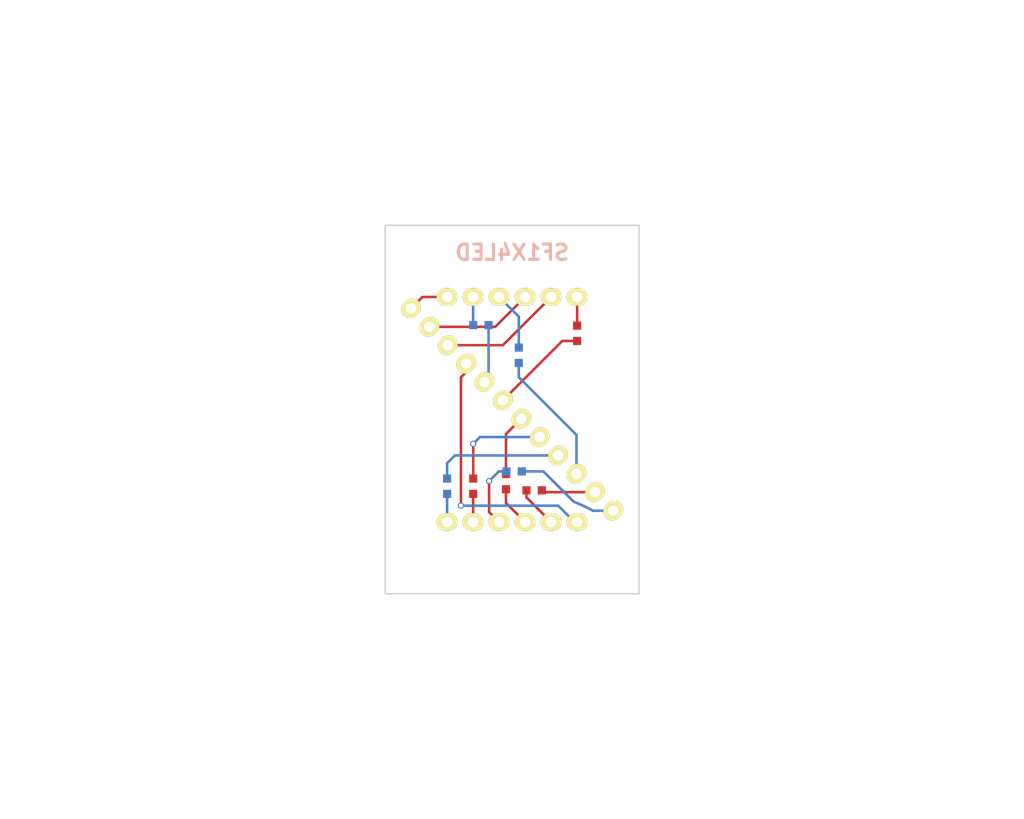
<source format=kicad_pcb>
(kicad_pcb (version 4) (host pcbnew 4.0.7-e2-6376~58~ubuntu16.04.1)

  (general
    (links 0)
    (no_connects 0)
    (area 93.774999 53.774999 194.225001 134.225001)
    (thickness 1.6)
    (drawings 5)
    (tracks 57)
    (zones 0)
    (modules 10)
    (nets 1)
  )

  (page A4)
  (layers
    (0 F.Cu signal)
    (31 B.Cu signal)
    (32 B.Adhes user)
    (33 F.Adhes user)
    (34 B.Paste user)
    (35 F.Paste user)
    (36 B.SilkS user)
    (37 F.SilkS user)
    (38 B.Mask user)
    (39 F.Mask user)
    (40 Dwgs.User user)
    (41 Cmts.User user)
    (42 Eco1.User user)
    (43 Eco2.User user)
    (44 Edge.Cuts user)
    (45 Margin user)
    (46 B.CrtYd user)
    (47 F.CrtYd user)
    (48 B.Fab user)
    (49 F.Fab user)
  )

  (setup
    (last_trace_width 0.25)
    (trace_clearance 0.2)
    (zone_clearance 0.508)
    (zone_45_only no)
    (trace_min 0.2)
    (segment_width 0.2)
    (edge_width 0.15)
    (via_size 0.6)
    (via_drill 0.4)
    (via_min_size 0.4)
    (via_min_drill 0.3)
    (uvia_size 0.3)
    (uvia_drill 0.1)
    (uvias_allowed no)
    (uvia_min_size 0.2)
    (uvia_min_drill 0.1)
    (pcb_text_width 0.3)
    (pcb_text_size 1.5 1.5)
    (mod_edge_width 0.15)
    (mod_text_size 1 1)
    (mod_text_width 0.15)
    (pad_size 2.032 1.7272)
    (pad_drill 1.016)
    (pad_to_mask_clearance 0.2)
    (aux_axis_origin 0 0)
    (visible_elements FFFFFFFF)
    (pcbplotparams
      (layerselection 0x00030_80000001)
      (usegerberextensions false)
      (excludeedgelayer true)
      (linewidth 0.150000)
      (plotframeref false)
      (viasonmask false)
      (mode 1)
      (useauxorigin false)
      (hpglpennumber 1)
      (hpglpenspeed 20)
      (hpglpendiameter 15)
      (hpglpenoverlay 2)
      (psnegative false)
      (psa4output false)
      (plotreference true)
      (plotvalue true)
      (plotinvisibletext false)
      (padsonsilk false)
      (subtractmaskfromsilk false)
      (outputformat 1)
      (mirror false)
      (drillshape 1)
      (scaleselection 1)
      (outputdirectory ""))
  )

  (net 0 "")

  (net_class Default "This is the default net class."
    (clearance 0.2)
    (trace_width 0.25)
    (via_dia 0.6)
    (via_drill 0.4)
    (uvia_dia 0.3)
    (uvia_drill 0.1)
  )

  (module 00my_modules:header1x12straight (layer F.Cu) (tedit 5C8EDCAA) (tstamp 5C8EE17D)
    (at 144 94 45)
    (descr "Through hole pin header")
    (tags "pin header")
    (fp_text reference "" (at 0 -2.4 45) (layer F.SilkS)
      (effects (font (size 0.5 0.5) (thickness 0.01)))
    )
    (fp_text value "" (at 0 -3.1 45) (layer F.Fab)
      (effects (font (size 0.5 0.5) (thickness 0.01)))
    )
    (fp_line (start -1.75 -15.72) (end -1.75 15.72) (layer F.CrtYd) (width 0.05))
    (fp_line (start 1.75 -15.72) (end 1.75 15.72) (layer F.CrtYd) (width 0.05))
    (fp_line (start -1.75 -15.72) (end 1.75 -15.72) (layer F.CrtYd) (width 0.05))
    (fp_line (start -1.75 15.72) (end 1.75 15.72) (layer F.CrtYd) (width 0.05))
    (fp_line (start -6 -13.97) (end 6 -13.97) (layer F.CrtYd) (width 0.01))
    (fp_line (start -6 0) (end 6 0) (layer F.CrtYd) (width 0.01))
    (fp_line (start -6 13.97) (end 6 13.97) (layer F.CrtYd) (width 0.01))
    (fp_line (start 0 -20) (end 0 20) (layer F.CrtYd) (width 0.01))
    (pad 0 thru_hole oval (at 0 -13.97 45) (size 2.032 1.7272) (drill 1.016) (layers *.Cu *.Mask F.SilkS))
    (pad 1 thru_hole oval (at 0 -11.43 45) (size 2.032 1.7272) (drill 1.016) (layers *.Cu *.Mask F.SilkS))
    (pad 2 thru_hole oval (at 0 -8.89 45) (size 2.032 1.7272) (drill 1.016) (layers *.Cu *.Mask F.SilkS))
    (pad 3 thru_hole oval (at 0 -6.35 45) (size 2.032 1.7272) (drill 1.016) (layers *.Cu *.Mask F.SilkS))
    (pad A thru_hole oval (at 0 -3.81 45) (size 2.032 1.7272) (drill 1.016) (layers *.Cu *.Mask F.SilkS))
    (pad B thru_hole oval (at 0 -1.27 45) (size 2.032 1.7272) (drill 1.016) (layers *.Cu *.Mask F.SilkS))
    (pad C thru_hole oval (at 0 1.27 45) (size 2.032 1.7272) (drill 1.016) (layers *.Cu *.Mask F.SilkS))
    (pad D thru_hole oval (at 0 3.81 45) (size 2.032 1.7272) (drill 1.016) (layers *.Cu *.Mask F.SilkS))
    (pad E thru_hole oval (at 0 6.35 45) (size 2.032 1.7272) (drill 1.016) (layers *.Cu *.Mask F.SilkS))
    (pad F thru_hole oval (at 0 8.89 45) (size 2.032 1.7272) (drill 1.016) (layers *.Cu *.Mask F.SilkS))
    (pad G thru_hole oval (at 0 11.43 45) (size 2.032 1.7272) (drill 1.016) (layers *.Cu *.Mask F.SilkS))
    (pad P thru_hole oval (at 0 13.97 45) (size 2.032 1.7272) (drill 1.016) (layers *.Cu *.Mask F.SilkS))
  )

  (module 00my_modules:ATA8041AG (layer F.Cu) (tedit 0) (tstamp 5C8EE850)
    (at 144 94)
    (descr LED)
    (tags "numeric seven segment")
    (fp_text reference "" (at 0 0) (layer F.SilkS)
      (effects (font (size 0.5 0.5) (thickness 0.01)))
    )
    (fp_text value "" (at 0 0) (layer F.Fab)
      (effects (font (size 0.5 0.5) (thickness 0.01)))
    )
    (fp_line (start -35.8 -12.85) (end -35.8 12.85) (layer F.CrtYd) (width 0.05))
    (fp_line (start 35.8 -12.85) (end 35.8 12.85) (layer F.CrtYd) (width 0.05))
    (fp_line (start -35.8 -12.85) (end 35.8 -12.85) (layer F.CrtYd) (width 0.05))
    (fp_line (start -35.8 12.85) (end 35.8 12.85) (layer F.CrtYd) (width 0.05))
    (fp_line (start -12.4 -12.85) (end -12.4 12.85) (layer F.CrtYd) (width 0.05))
    (fp_line (start 12.4 -12.85) (end 12.4 12.85) (layer F.CrtYd) (width 0.05))
    (fp_line (start -12.4 -12.85) (end 12.4 -12.85) (layer F.CrtYd) (width 0.05))
    (fp_line (start -12.4 12.85) (end 12.4 12.85) (layer F.CrtYd) (width 0.05))
    (fp_line (start -12.4 -18) (end -12.4 18) (layer F.CrtYd) (width 0.05))
    (fp_line (start 12.4 -18) (end 12.4 18) (layer F.CrtYd) (width 0.05))
    (fp_line (start -12.4 -18) (end 12.4 -18) (layer F.CrtYd) (width 0.05))
    (fp_line (start -12.4 18) (end 12.4 18) (layer F.CrtYd) (width 0.05))
    (fp_line (start -50 0) (end 50 0) (layer F.CrtYd) (width 0.05))
    (fp_line (start 0 -40) (end 0 40) (layer F.CrtYd) (width 0.05))
    (pad E thru_hole oval (at -6.35 11) (size 2.032 1.7272) (drill 1.016) (layers *.Cu *.Mask F.SilkS))
    (pad D thru_hole oval (at -3.81 11) (size 2.032 1.7272) (drill 1.016) (layers *.Cu *.Mask F.SilkS))
    (pad P thru_hole oval (at -1.27 11) (size 2.032 1.7272) (drill 1.016) (layers *.Cu *.Mask F.SilkS))
    (pad C thru_hole oval (at 1.27 11) (size 2.032 1.7272) (drill 1.016) (layers *.Cu *.Mask F.SilkS))
    (pad G thru_hole oval (at 3.81 11) (size 2.032 1.7272) (drill 1.016) (layers *.Cu *.Mask F.SilkS))
    (pad 3 thru_hole oval (at 6.35 11) (size 2.032 1.7272) (drill 1.016) (layers *.Cu *.Mask F.SilkS))
    (pad 0 thru_hole oval (at -6.35 -11) (size 2.032 1.7272) (drill 1.016) (layers *.Cu *.Mask F.SilkS))
    (pad A thru_hole oval (at -3.81 -11) (size 2.032 1.7272) (drill 1.016) (layers *.Cu *.Mask F.SilkS))
    (pad F thru_hole oval (at -1.27 -11) (size 2.032 1.7272) (drill 1.016) (layers *.Cu *.Mask F.SilkS))
    (pad 1 thru_hole oval (at 1.27 -11) (size 2.032 1.7272) (drill 1.016) (layers *.Cu *.Mask F.SilkS))
    (pad 2 thru_hole oval (at 3.81 -11) (size 2.032 1.7272) (drill 1.016) (layers *.Cu *.Mask F.SilkS))
    (pad B thru_hole oval (at 6.35 -11) (size 2.032 1.7272) (drill 1.016) (layers *.Cu *.Mask F.SilkS))
  )

  (module 00my_modules:R_0603 (layer B.Cu) (tedit 5415CC62) (tstamp 5C8EEF95)
    (at 137.65 101.5 270)
    (descr R0603)
    (tags "resistor capacitor led 0603")
    (attr smd)
    (fp_text reference "" (at 0 0 270) (layer B.SilkS)
      (effects (font (size 0.5 0.5) (thickness 0.1)) (justify mirror))
    )
    (fp_text value R (at 0 0 270) (layer B.Fab)
      (effects (font (size 0.5 0.5) (thickness 0.01)) (justify mirror))
    )
    (fp_line (start -1.2 0.45) (end 1.2 0.45) (layer B.CrtYd) (width 0.01))
    (fp_line (start -1.2 -0.45) (end 1.2 -0.45) (layer B.CrtYd) (width 0.01))
    (fp_line (start -1.2 0.45) (end -1.2 -0.45) (layer B.CrtYd) (width 0.01))
    (fp_line (start 1.2 0.45) (end 1.2 -0.45) (layer B.CrtYd) (width 0.01))
    (pad 1 smd rect (at -0.75 0 270) (size 0.8 0.8) (layers B.Cu B.Paste B.Mask))
    (pad 2 smd rect (at 0.75 0 270) (size 0.8 0.8) (layers B.Cu B.Paste B.Mask))
  )

  (module 00my_modules:R_0603 (layer F.Cu) (tedit 5415CC62) (tstamp 5C8EEFAF)
    (at 140.2 101.5 90)
    (descr R0603)
    (tags "resistor capacitor led 0603")
    (attr smd)
    (fp_text reference "" (at 0 0 90) (layer F.SilkS)
      (effects (font (size 0.5 0.5) (thickness 0.1)))
    )
    (fp_text value R (at 0 0 90) (layer F.Fab)
      (effects (font (size 0.5 0.5) (thickness 0.01)))
    )
    (fp_line (start -1.2 -0.45) (end 1.2 -0.45) (layer F.CrtYd) (width 0.01))
    (fp_line (start -1.2 0.45) (end 1.2 0.45) (layer F.CrtYd) (width 0.01))
    (fp_line (start -1.2 -0.45) (end -1.2 0.45) (layer F.CrtYd) (width 0.01))
    (fp_line (start 1.2 -0.45) (end 1.2 0.45) (layer F.CrtYd) (width 0.01))
    (pad 1 smd rect (at -0.75 0 90) (size 0.8 0.8) (layers F.Cu F.Paste F.Mask))
    (pad 2 smd rect (at 0.75 0 90) (size 0.8 0.8) (layers F.Cu F.Paste F.Mask))
  )

  (module 00my_modules:R_0603 (layer F.Cu) (tedit 5415CC62) (tstamp 5C8EEFCB)
    (at 143.4 101.05 90)
    (descr R0603)
    (tags "resistor capacitor led 0603")
    (attr smd)
    (fp_text reference "" (at 0 0 90) (layer F.SilkS)
      (effects (font (size 0.5 0.5) (thickness 0.1)))
    )
    (fp_text value R (at 0 0 90) (layer F.Fab)
      (effects (font (size 0.5 0.5) (thickness 0.01)))
    )
    (fp_line (start -1.2 -0.45) (end 1.2 -0.45) (layer F.CrtYd) (width 0.01))
    (fp_line (start -1.2 0.45) (end 1.2 0.45) (layer F.CrtYd) (width 0.01))
    (fp_line (start -1.2 -0.45) (end -1.2 0.45) (layer F.CrtYd) (width 0.01))
    (fp_line (start 1.2 -0.45) (end 1.2 0.45) (layer F.CrtYd) (width 0.01))
    (pad 1 smd rect (at -0.75 0 90) (size 0.8 0.8) (layers F.Cu F.Paste F.Mask))
    (pad 2 smd rect (at 0.75 0 90) (size 0.8 0.8) (layers F.Cu F.Paste F.Mask))
  )

  (module 00my_modules:R_0603 (layer F.Cu) (tedit 5415CC62) (tstamp 5C8EEFE4)
    (at 146.15 101.9 180)
    (descr R0603)
    (tags "resistor capacitor led 0603")
    (attr smd)
    (fp_text reference "" (at 0 0 180) (layer F.SilkS)
      (effects (font (size 0.5 0.5) (thickness 0.1)))
    )
    (fp_text value R (at 0 0 180) (layer F.Fab)
      (effects (font (size 0.5 0.5) (thickness 0.01)))
    )
    (fp_line (start -1.2 -0.45) (end 1.2 -0.45) (layer F.CrtYd) (width 0.01))
    (fp_line (start -1.2 0.45) (end 1.2 0.45) (layer F.CrtYd) (width 0.01))
    (fp_line (start -1.2 -0.45) (end -1.2 0.45) (layer F.CrtYd) (width 0.01))
    (fp_line (start 1.2 -0.45) (end 1.2 0.45) (layer F.CrtYd) (width 0.01))
    (pad 1 smd rect (at -0.75 0 180) (size 0.8 0.8) (layers F.Cu F.Paste F.Mask))
    (pad 2 smd rect (at 0.75 0 180) (size 0.8 0.8) (layers F.Cu F.Paste F.Mask))
  )

  (module 00my_modules:R_0603 (layer B.Cu) (tedit 5415CC62) (tstamp 5C8EF0B9)
    (at 140.95 85.75)
    (descr R0603)
    (tags "resistor capacitor led 0603")
    (attr smd)
    (fp_text reference "" (at 0 0) (layer B.SilkS)
      (effects (font (size 0.5 0.5) (thickness 0.1)) (justify mirror))
    )
    (fp_text value R (at 0 0) (layer B.Fab)
      (effects (font (size 0.5 0.5) (thickness 0.01)) (justify mirror))
    )
    (fp_line (start -1.2 0.45) (end 1.2 0.45) (layer B.CrtYd) (width 0.01))
    (fp_line (start -1.2 -0.45) (end 1.2 -0.45) (layer B.CrtYd) (width 0.01))
    (fp_line (start -1.2 0.45) (end -1.2 -0.45) (layer B.CrtYd) (width 0.01))
    (fp_line (start 1.2 0.45) (end 1.2 -0.45) (layer B.CrtYd) (width 0.01))
    (pad 1 smd rect (at -0.75 0) (size 0.8 0.8) (layers B.Cu B.Paste B.Mask))
    (pad 2 smd rect (at 0.75 0) (size 0.8 0.8) (layers B.Cu B.Paste B.Mask))
  )

  (module 00my_modules:R_0603 (layer B.Cu) (tedit 5415CC62) (tstamp 5C8EF0D1)
    (at 144.65 88.7 270)
    (descr R0603)
    (tags "resistor capacitor led 0603")
    (attr smd)
    (fp_text reference "" (at 0 0 270) (layer B.SilkS)
      (effects (font (size 0.5 0.5) (thickness 0.1)) (justify mirror))
    )
    (fp_text value R (at 0 0 270) (layer B.Fab)
      (effects (font (size 0.5 0.5) (thickness 0.01)) (justify mirror))
    )
    (fp_line (start -1.2 0.45) (end 1.2 0.45) (layer B.CrtYd) (width 0.01))
    (fp_line (start -1.2 -0.45) (end 1.2 -0.45) (layer B.CrtYd) (width 0.01))
    (fp_line (start -1.2 0.45) (end -1.2 -0.45) (layer B.CrtYd) (width 0.01))
    (fp_line (start 1.2 0.45) (end 1.2 -0.45) (layer B.CrtYd) (width 0.01))
    (pad 1 smd rect (at -0.75 0 270) (size 0.8 0.8) (layers B.Cu B.Paste B.Mask))
    (pad 2 smd rect (at 0.75 0 270) (size 0.8 0.8) (layers B.Cu B.Paste B.Mask))
  )

  (module 00my_modules:R_0603 (layer F.Cu) (tedit 5415CC62) (tstamp 5C8EF0E5)
    (at 150.35 86.55 90)
    (descr R0603)
    (tags "resistor capacitor led 0603")
    (attr smd)
    (fp_text reference "" (at 0 0 90) (layer F.SilkS)
      (effects (font (size 0.5 0.5) (thickness 0.1)))
    )
    (fp_text value R (at 0 0 90) (layer F.Fab)
      (effects (font (size 0.5 0.5) (thickness 0.01)))
    )
    (fp_line (start -1.2 -0.45) (end 1.2 -0.45) (layer F.CrtYd) (width 0.01))
    (fp_line (start -1.2 0.45) (end 1.2 0.45) (layer F.CrtYd) (width 0.01))
    (fp_line (start -1.2 -0.45) (end -1.2 0.45) (layer F.CrtYd) (width 0.01))
    (fp_line (start 1.2 -0.45) (end 1.2 0.45) (layer F.CrtYd) (width 0.01))
    (pad 1 smd rect (at -0.75 0 90) (size 0.8 0.8) (layers F.Cu F.Paste F.Mask))
    (pad 2 smd rect (at 0.75 0 90) (size 0.8 0.8) (layers F.Cu F.Paste F.Mask))
  )

  (module 00my_modules:R_0603 (layer B.Cu) (tedit 5415CC62) (tstamp 5C8EE793)
    (at 144.2 100.05)
    (descr R0603)
    (tags "resistor capacitor led 0603")
    (attr smd)
    (fp_text reference "" (at 0 0) (layer B.SilkS)
      (effects (font (size 0.5 0.5) (thickness 0.1)) (justify mirror))
    )
    (fp_text value R (at 0 0) (layer B.Fab)
      (effects (font (size 0.5 0.5) (thickness 0.01)) (justify mirror))
    )
    (fp_line (start -1.2 0.45) (end 1.2 0.45) (layer B.CrtYd) (width 0.01))
    (fp_line (start -1.2 -0.45) (end 1.2 -0.45) (layer B.CrtYd) (width 0.01))
    (fp_line (start -1.2 0.45) (end -1.2 -0.45) (layer B.CrtYd) (width 0.01))
    (fp_line (start 1.2 0.45) (end 1.2 -0.45) (layer B.CrtYd) (width 0.01))
    (pad 1 smd rect (at -0.75 0) (size 0.8 0.8) (layers B.Cu B.Paste B.Mask))
    (pad 2 smd rect (at 0.75 0) (size 0.8 0.8) (layers B.Cu B.Paste B.Mask))
  )

  (gr_text SF1X4LED (at 144 78.65) (layer B.SilkS)
    (effects (font (size 1.5 1.5) (thickness 0.3)) (justify mirror))
  )
  (gr_line (start 131.6 76) (end 131.6 112) (angle 90) (layer Edge.Cuts) (width 0.15))
  (gr_line (start 156.4 76) (end 156.4 112) (angle 90) (layer Edge.Cuts) (width 0.15))
  (gr_line (start 131.6 76) (end 156.4 76) (angle 90) (layer Edge.Cuts) (width 0.15))
  (gr_line (start 131.6 112) (end 156.4 112) (angle 90) (layer Edge.Cuts) (width 0.15))

  (segment (start 144.95 100.05) (end 147.05 100.05) (width 0.25) (layer B.Cu) (net 0) (status 400000))
  (segment (start 151.9 103.9) (end 153.878282 103.878282) (width 0.25) (layer B.Cu) (net 0) (tstamp 5C8EE749) (status 800000))
  (segment (start 151.15 103.5) (end 151.9 103.9) (width 0.25) (layer B.Cu) (net 0) (tstamp 5C8EE745))
  (segment (start 150 103) (end 151.15 103.5) (width 0.25) (layer B.Cu) (net 0) (tstamp 5C8EE73F))
  (segment (start 147.05 100.05) (end 150 103) (width 0.25) (layer B.Cu) (net 0) (tstamp 5C8EE737))
  (segment (start 141.75 101) (end 141.75 104.02) (width 0.25) (layer F.Cu) (net 0))
  (segment (start 141.75 104.02) (end 142.73 105) (width 0.25) (layer F.Cu) (net 0) (tstamp 5C8EE72E) (status 800000))
  (segment (start 143.45 100.05) (end 142.7 100.05) (width 0.25) (layer B.Cu) (net 0) (status 400000))
  (segment (start 141.75 101) (end 141.75 100.95) (width 0.25) (layer F.Cu) (net 0) (tstamp 5C8EE72A))
  (via (at 141.75 101) (size 0.6) (drill 0.4) (layers F.Cu B.Cu) (net 0))
  (segment (start 142.7 100.05) (end 141.75 101) (width 0.25) (layer B.Cu) (net 0) (tstamp 5C8EE721))
  (segment (start 150.35 105) (end 150.1 105) (width 0.25) (layer B.Cu) (net 0))
  (segment (start 150.1 105) (end 148.5 103.4) (width 0.25) (layer B.Cu) (net 0) (tstamp 5C8EE68D))
  (segment (start 139 90.85) (end 139.509872 90.340128) (width 0.25) (layer F.Cu) (net 0) (tstamp 5C8EE6AD))
  (segment (start 139 91.15) (end 139 90.85) (width 0.25) (layer F.Cu) (net 0) (tstamp 5C8EE6A4))
  (segment (start 139 103.4) (end 139 91.15) (width 0.25) (layer F.Cu) (net 0) (tstamp 5C8EE6A3))
  (via (at 139 103.4) (size 0.6) (drill 0.4) (layers F.Cu B.Cu) (net 0))
  (segment (start 148.5 103.4) (end 139 103.4) (width 0.25) (layer B.Cu) (net 0) (tstamp 5C8EE692))
  (segment (start 139.509872 90.340128) (end 139.509872 89.509872) (width 0.25) (layer F.Cu) (net 0) (tstamp 5C8EE6B8))
  (segment (start 140.2 100.75) (end 140.2 97.35) (width 0.25) (layer F.Cu) (net 0))
  (segment (start 140.855923 96.694077) (end 146.694077 96.694077) (width 0.25) (layer B.Cu) (net 0) (tstamp 5C8EE7BA))
  (segment (start 140.2 97.35) (end 140.855923 96.694077) (width 0.25) (layer B.Cu) (net 0) (tstamp 5C8EE7B9))
  (via (at 140.2 97.35) (size 0.6) (drill 0.4) (layers F.Cu B.Cu) (net 0))
  (segment (start 143.4 100.3) (end 143.4 96.396052) (width 0.25) (layer F.Cu) (net 0))
  (segment (start 143.4 96.396052) (end 144.898026 94.898026) (width 0.25) (layer F.Cu) (net 0) (tstamp 5C8EE7B4))
  (segment (start 152.082231 102.082231) (end 147.082231 102.082231) (width 0.25) (layer F.Cu) (net 0))
  (segment (start 147.082231 102.082231) (end 146.9 101.9) (width 0.25) (layer F.Cu) (net 0) (tstamp 5C8EE7B2))
  (segment (start 145.4 101.85) (end 145.4 102.59) (width 0.25) (layer F.Cu) (net 0))
  (segment (start 145.4 102.59) (end 147.81 105) (width 0.25) (layer F.Cu) (net 0) (tstamp 5C8EE0DB))
  (segment (start 143.4 101.8) (end 143.4 103.13) (width 0.25) (layer F.Cu) (net 0))
  (segment (start 143.4 103.13) (end 145.27 105) (width 0.25) (layer F.Cu) (net 0) (tstamp 5C8EE0D3))
  (segment (start 142.73 105) (end 142.73 104.98) (width 0.25) (layer F.Cu) (net 0))
  (segment (start 144.65 89.45) (end 144.65 90.85) (width 0.25) (layer B.Cu) (net 0))
  (segment (start 150.286179 96.486179) (end 150.286179 100.286179) (width 0.25) (layer B.Cu) (net 0) (tstamp 5C8EF0FC))
  (segment (start 144.65 90.85) (end 150.286179 96.486179) (width 0.25) (layer B.Cu) (net 0) (tstamp 5C8EF0FA))
  (segment (start 144.65 87.95) (end 144.65 84.92) (width 0.25) (layer B.Cu) (net 0))
  (segment (start 144.65 84.92) (end 142.73 83) (width 0.25) (layer B.Cu) (net 0) (tstamp 5C8EF0F7))
  (segment (start 150.35 87.3) (end 148.903948 87.3) (width 0.25) (layer F.Cu) (net 0))
  (segment (start 148.903948 87.3) (end 143.101974 93.101974) (width 0.25) (layer F.Cu) (net 0) (tstamp 5C8EF0F3))
  (segment (start 150.35 85.8) (end 150.35 83) (width 0.25) (layer F.Cu) (net 0))
  (segment (start 141.7 85.75) (end 141.7 90.911846) (width 0.25) (layer B.Cu) (net 0))
  (segment (start 141.7 90.911846) (end 141.305923 91.305923) (width 0.25) (layer B.Cu) (net 0) (tstamp 5C8EF0C5))
  (segment (start 140.19 83) (end 140.19 85.74) (width 0.25) (layer B.Cu) (net 0))
  (segment (start 140.19 85.74) (end 140.2 85.75) (width 0.25) (layer B.Cu) (net 0) (tstamp 5C8EF0C3))
  (segment (start 140.19 105) (end 140.19 102.26) (width 0.25) (layer F.Cu) (net 0))
  (segment (start 140.19 102.26) (end 140.2 102.25) (width 0.25) (layer F.Cu) (net 0) (tstamp 5C8EEFB9))
  (segment (start 137.65 100.75) (end 137.65 99.25) (width 0.25) (layer B.Cu) (net 0))
  (segment (start 138.409872 98.490128) (end 148.490128 98.490128) (width 0.25) (layer B.Cu) (net 0) (tstamp 5C8EEFA3))
  (segment (start 137.65 99.25) (end 138.409872 98.490128) (width 0.25) (layer B.Cu) (net 0) (tstamp 5C8EEFA2))
  (segment (start 137.65 102.25) (end 137.65 105) (width 0.25) (layer B.Cu) (net 0))
  (segment (start 144.898026 104.628026) (end 145.27 105) (width 0.25) (layer F.Cu) (net 0) (tstamp 5C8EE8C2))
  (segment (start 137.713821 87.713821) (end 143.096179 87.713821) (width 0.25) (layer F.Cu) (net 0))
  (segment (start 143.096179 87.713821) (end 147.81 83) (width 0.25) (layer F.Cu) (net 0) (tstamp 5C8EE89D))
  (segment (start 135.917769 85.917769) (end 142.352231 85.917769) (width 0.25) (layer F.Cu) (net 0))
  (segment (start 142.352231 85.917769) (end 145.27 83) (width 0.25) (layer F.Cu) (net 0) (tstamp 5C8EE89A))
  (segment (start 137.65 83) (end 135.243436 83) (width 0.25) (layer F.Cu) (net 0))
  (segment (start 135.243436 83) (end 134.121718 84.121718) (width 0.25) (layer F.Cu) (net 0) (tstamp 5C8EE896))

)

</source>
